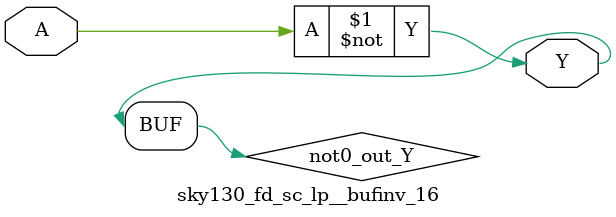
<source format=v>
/*
 * Copyright 2020 The SkyWater PDK Authors
 *
 * Licensed under the Apache License, Version 2.0 (the "License");
 * you may not use this file except in compliance with the License.
 * You may obtain a copy of the License at
 *
 *     https://www.apache.org/licenses/LICENSE-2.0
 *
 * Unless required by applicable law or agreed to in writing, software
 * distributed under the License is distributed on an "AS IS" BASIS,
 * WITHOUT WARRANTIES OR CONDITIONS OF ANY KIND, either express or implied.
 * See the License for the specific language governing permissions and
 * limitations under the License.
 *
 * SPDX-License-Identifier: Apache-2.0
*/


`ifndef SKY130_FD_SC_LP__BUFINV_16_FUNCTIONAL_V
`define SKY130_FD_SC_LP__BUFINV_16_FUNCTIONAL_V

/**
 * bufinv: Buffer followed by inverter.
 *
 * Verilog simulation functional model.
 */

`timescale 1ns / 1ps
`default_nettype none

`celldefine
module sky130_fd_sc_lp__bufinv_16 (
    Y,
    A
);

    // Module ports
    output Y;
    input  A;

    // Local signals
    wire not0_out_Y;

    //  Name  Output      Other arguments
    not not0 (not0_out_Y, A              );
    buf buf0 (Y         , not0_out_Y     );

endmodule
`endcelldefine

`default_nettype wire
`endif  // SKY130_FD_SC_LP__BUFINV_16_FUNCTIONAL_V

</source>
